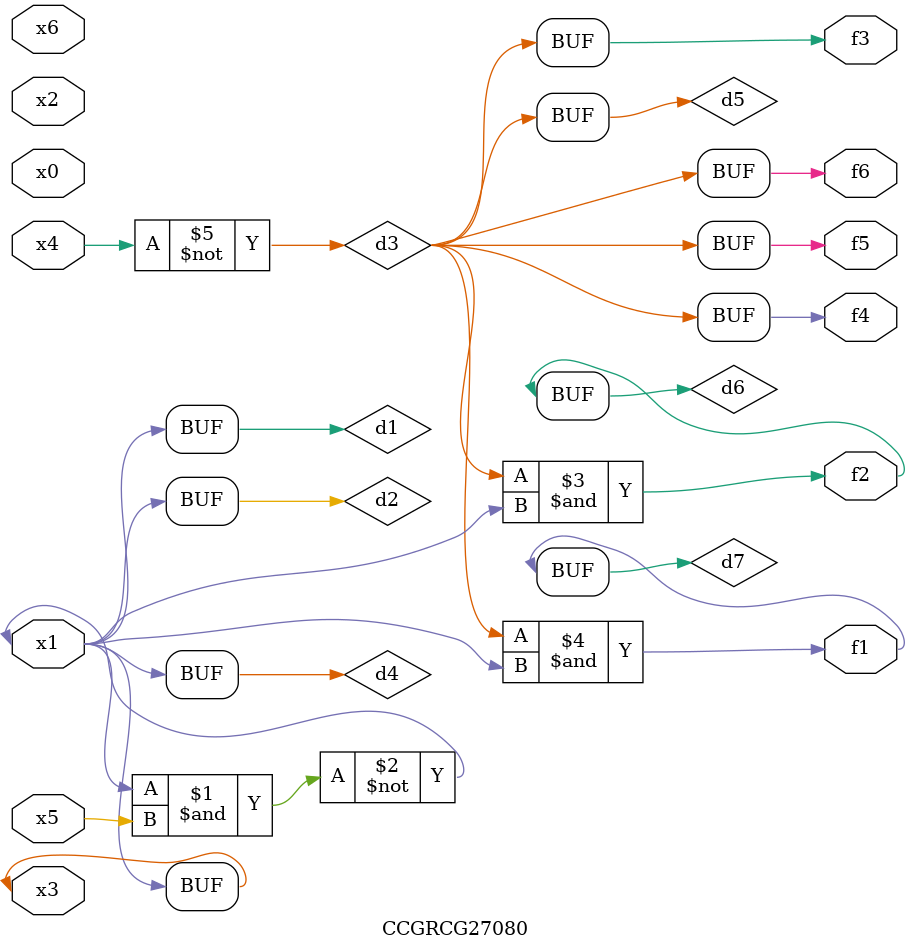
<source format=v>
module CCGRCG27080(
	input x0, x1, x2, x3, x4, x5, x6,
	output f1, f2, f3, f4, f5, f6
);

	wire d1, d2, d3, d4, d5, d6, d7;

	buf (d1, x1, x3);
	nand (d2, x1, x5);
	not (d3, x4);
	buf (d4, d1, d2);
	buf (d5, d3);
	and (d6, d3, d4);
	and (d7, d3, d4);
	assign f1 = d7;
	assign f2 = d6;
	assign f3 = d5;
	assign f4 = d5;
	assign f5 = d5;
	assign f6 = d5;
endmodule

</source>
